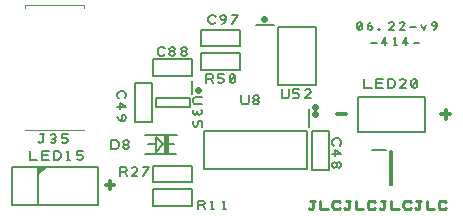
<source format=gto>
G04 DesignSpark PCB Gerber Version 10.0 Build 5299*
G04 #@! TF.Part,Single*
G04 #@! TF.FileFunction,Legend,Top*
G04 #@! TF.FilePolarity,Positive*
%FSLAX35Y35*%
%MOMM*%
%ADD20C,0.10000*%
%ADD70C,0.12700*%
%ADD10C,0.20000*%
%ADD21C,0.25000*%
%ADD11C,0.30000*%
%ADD71C,0.40000*%
G04 #@! TD.AperFunction*
X0Y0D02*
D02*
D10*
X1113180Y1031030D02*
Y956030D01*
X1175680D01*
X1213180D02*
Y1031030D01*
X1275680D01*
X1263180Y993530D02*
X1213180D01*
Y956030D02*
X1275680D01*
X1313180D02*
Y1031030D01*
X1350680D01*
X1363180Y1024780D01*
X1369430Y1018530D01*
X1375680Y1006030D01*
Y981030D01*
X1369430Y968530D01*
X1363180Y962280D01*
X1350680Y956030D01*
X1313180D01*
X1425680D02*
X1450680D01*
X1438180D02*
Y1031030D01*
X1425680Y1018530D01*
X1513180Y962280D02*
X1525680Y956030D01*
X1544430D01*
X1556930Y962280D01*
X1563180Y974780D01*
Y981030D01*
X1556930Y993530D01*
X1544430Y999780D01*
X1513180D01*
Y1031030D01*
X1563180D01*
X1183180Y1108530D02*
X1189430Y1102280D01*
X1201930Y1096030D01*
X1214430Y1102280D01*
X1220680Y1108530D01*
Y1171030D01*
X1233180D01*
X1220680D02*
X1195680D01*
X1289430Y1102280D02*
X1301930Y1096030D01*
X1314430D01*
X1326930Y1102280D01*
X1333180Y1114780D01*
X1326930Y1127280D01*
X1314430Y1133530D01*
X1301930D01*
X1314430D02*
X1326930Y1139780D01*
X1333180Y1152280D01*
X1326930Y1164780D01*
X1314430Y1171030D01*
X1301930D01*
X1289430Y1164780D01*
X1383180Y1102280D02*
X1395680Y1096030D01*
X1414430D01*
X1426930Y1102280D01*
X1433180Y1114780D01*
Y1121030D01*
X1426930Y1133530D01*
X1414430Y1139780D01*
X1383180D01*
Y1171030D01*
X1433180D01*
X1183430Y889380D02*
Y571880D01*
X1189780Y889380D02*
X1208830Y870330D01*
X1189780Y895730D02*
Y851280D01*
X1227880Y889380D01*
X1196130D01*
X1240580D02*
X1183430Y832230D01*
X1803180Y1046030D02*
Y1121030D01*
X1840680D01*
X1853180Y1114780D01*
X1859430Y1108530D01*
X1865680Y1096030D01*
Y1071030D01*
X1859430Y1058530D01*
X1853180Y1052280D01*
X1840680Y1046030D01*
X1803180D01*
X1921930Y1083530D02*
X1934430D01*
X1946930Y1089780D01*
X1953180Y1102280D01*
X1946930Y1114780D01*
X1934430Y1121030D01*
X1921930D01*
X1909430Y1114780D01*
X1903180Y1102280D01*
X1909430Y1089780D01*
X1921930Y1083530D01*
X1909430Y1077280D01*
X1903180Y1064780D01*
X1909430Y1052280D01*
X1921930Y1046030D01*
X1934430D01*
X1946930Y1052280D01*
X1953180Y1064780D01*
X1946930Y1077280D01*
X1934430Y1083530D01*
X1864430Y1474780D02*
X1858180Y1481030D01*
X1851930Y1493530D01*
Y1512280D01*
X1858180Y1524780D01*
X1864430Y1531030D01*
X1876930Y1537280D01*
X1901930D01*
X1914430Y1531030D01*
X1920680Y1524780D01*
X1926930Y1512280D01*
Y1493530D01*
X1920680Y1481030D01*
X1914430Y1474780D01*
X1851930Y1406030D02*
X1926930D01*
X1876930Y1437280D01*
Y1387280D01*
X1851930Y1318530D02*
X1858180Y1306030D01*
X1870680Y1293530D01*
X1889430Y1287280D01*
X1908180D01*
X1920680Y1293530D01*
X1926930Y1306030D01*
Y1318530D01*
X1920680Y1331030D01*
X1908180Y1337280D01*
X1895680Y1331030D01*
X1889430Y1318530D01*
Y1306030D01*
X1895680Y1293530D01*
X1908180Y1287280D01*
X1873180Y816030D02*
Y891030D01*
X1916930D01*
X1929430Y884780D01*
X1935680Y872280D01*
X1929430Y859780D01*
X1916930Y853530D01*
X1873180D01*
X1916930D02*
X1935680Y816030D01*
X2023180D02*
X1973180D01*
X2016930Y859780D01*
X2023180Y872280D01*
X2016930Y884780D01*
X2004430Y891030D01*
X1985680D01*
X1973180Y884780D01*
X2073180Y816030D02*
X2123180Y891030D01*
X2073180D01*
X2088130Y1006980D02*
X2350130D01*
X2178680Y1086980D02*
X2115180D01*
X2255680Y1848530D02*
X2249430Y1842280D01*
X2236930Y1836030D01*
X2218180D01*
X2205680Y1842280D01*
X2199430Y1848530D01*
X2193180Y1861030D01*
Y1886030D01*
X2199430Y1898530D01*
X2205680Y1904780D01*
X2218180Y1911030D01*
X2236930D01*
X2249430Y1904780D01*
X2255680Y1898530D01*
X2311930Y1873530D02*
X2324430D01*
X2336930Y1879780D01*
X2343180Y1892280D01*
X2336930Y1904780D01*
X2324430Y1911030D01*
X2311930D01*
X2299430Y1904780D01*
X2293180Y1892280D01*
X2299430Y1879780D01*
X2311930Y1873530D01*
X2299430Y1867280D01*
X2293180Y1854780D01*
X2299430Y1842280D01*
X2311930Y1836030D01*
X2324430D01*
X2336930Y1842280D01*
X2343180Y1854780D01*
X2336930Y1867280D01*
X2324430Y1873530D01*
X2411930D02*
X2424430D01*
X2436930Y1879780D01*
X2443180Y1892280D01*
X2436930Y1904780D01*
X2424430Y1911030D01*
X2411930D01*
X2399430Y1904780D01*
X2393180Y1892280D01*
X2399430Y1879780D01*
X2411930Y1873530D01*
X2399430Y1867280D01*
X2393180Y1854780D01*
X2399430Y1842280D01*
X2411930Y1836030D01*
X2424430D01*
X2436930Y1842280D01*
X2443180Y1854780D01*
X2436930Y1867280D01*
X2424430Y1873530D01*
X2267580Y1086980D02*
X2331080D01*
X2286630D02*
X2242180D01*
X2178680Y1023480D01*
Y1150480D01*
X2242180Y1086980D01*
X2286630D01*
X2358130Y1166980D02*
X2088130D01*
X2468130Y1474780D02*
Y1399780D01*
X2178130D01*
Y1474780D01*
X2468130D01*
X2566930Y1487280D02*
X2510680D01*
X2498180Y1481030D01*
X2491930Y1468530D01*
Y1443530D01*
X2498180Y1431030D01*
X2510680Y1424780D01*
X2566930D01*
X2498180Y1381030D02*
X2491930Y1368530D01*
Y1356030D01*
X2498180Y1343530D01*
X2510680Y1337280D01*
X2523180Y1343530D01*
X2529430Y1356030D01*
Y1368530D01*
Y1356030D02*
X2535680Y1343530D01*
X2548180Y1337280D01*
X2560680Y1343530D01*
X2566930Y1356030D01*
Y1368530D01*
X2560680Y1381030D01*
X2498180Y1287280D02*
X2491930Y1274780D01*
Y1256030D01*
X2498180Y1243530D01*
X2510680Y1237280D01*
X2516930D01*
X2529430Y1243530D01*
X2535680Y1256030D01*
Y1287280D01*
X2566930D01*
Y1237280D01*
X2483130Y1624780D02*
Y1509780D01*
X2533180Y536030D02*
Y611030D01*
X2576930D01*
X2589430Y604780D01*
X2595680Y592280D01*
X2589430Y579780D01*
X2576930Y573530D01*
X2533180D01*
X2576930D02*
X2595680Y536030D01*
X2645680D02*
X2670680D01*
X2658180D02*
Y611030D01*
X2645680Y598530D01*
X2745680Y536030D02*
X2770680D01*
X2758180D02*
Y611030D01*
X2745680Y598530D01*
X2603180Y1606030D02*
Y1681030D01*
X2646930D01*
X2659430Y1674780D01*
X2665680Y1662280D01*
X2659430Y1649780D01*
X2646930Y1643530D01*
X2603180D01*
X2646930D02*
X2665680Y1606030D01*
X2703180Y1612280D02*
X2715680Y1606030D01*
X2734430D01*
X2746930Y1612280D01*
X2753180Y1624780D01*
Y1631030D01*
X2746930Y1643530D01*
X2734430Y1649780D01*
X2703180D01*
Y1681030D01*
X2753180D01*
X2809430Y1612280D02*
X2821930Y1606030D01*
X2834430D01*
X2846930Y1612280D01*
X2853180Y1624780D01*
Y1662280D01*
X2846930Y1674780D01*
X2834430Y1681030D01*
X2821930D01*
X2809430Y1674780D01*
X2803180Y1662280D01*
Y1624780D01*
X2809430Y1612280D01*
X2846930Y1674780D01*
X2685680Y2118530D02*
X2679430Y2112280D01*
X2666930Y2106030D01*
X2648180D01*
X2635680Y2112280D01*
X2629430Y2118530D01*
X2623180Y2131030D01*
Y2156030D01*
X2629430Y2168530D01*
X2635680Y2174780D01*
X2648180Y2181030D01*
X2666930D01*
X2679430Y2174780D01*
X2685680Y2168530D01*
X2741930Y2106030D02*
X2754430Y2112280D01*
X2766930Y2124780D01*
X2773180Y2143530D01*
Y2162280D01*
X2766930Y2174780D01*
X2754430Y2181030D01*
X2741930D01*
X2729430Y2174780D01*
X2723180Y2162280D01*
X2729430Y2149780D01*
X2741930Y2143530D01*
X2754430D01*
X2766930Y2149780D01*
X2773180Y2162280D01*
X2823180Y2106030D02*
X2873180Y2181030D01*
X2823180D01*
X2903180Y1501030D02*
Y1444780D01*
X2909430Y1432280D01*
X2921930Y1426030D01*
X2946930D01*
X2959430Y1432280D01*
X2965680Y1444780D01*
Y1501030D01*
X3021930Y1463530D02*
X3034430D01*
X3046930Y1469780D01*
X3053180Y1482280D01*
X3046930Y1494780D01*
X3034430Y1501030D01*
X3021930D01*
X3009430Y1494780D01*
X3003180Y1482280D01*
X3009430Y1469780D01*
X3021930Y1463530D01*
X3009430Y1457280D01*
X3003180Y1444780D01*
X3009430Y1432280D01*
X3021930Y1426030D01*
X3034430D01*
X3046930Y1432280D01*
X3053180Y1444780D01*
X3046930Y1457280D01*
X3034430Y1463530D01*
X3025630Y2094980D02*
X3178130D01*
X3213130Y2081480D02*
X3533130D01*
Y1592480D01*
X3213130D01*
Y2081480D01*
X3243180Y1551030D02*
Y1494780D01*
X3249430Y1482280D01*
X3261930Y1476030D01*
X3286930D01*
X3299430Y1482280D01*
X3305680Y1494780D01*
Y1551030D01*
X3343180Y1482280D02*
X3355680Y1476030D01*
X3374430D01*
X3386930Y1482280D01*
X3393180Y1494780D01*
Y1501030D01*
X3386930Y1513530D01*
X3374430Y1519780D01*
X3343180D01*
Y1551030D01*
X3393180D01*
X3493180Y1476030D02*
X3443180D01*
X3486930Y1519780D01*
X3493180Y1532280D01*
X3486930Y1544780D01*
X3474430Y1551030D01*
X3455680D01*
X3443180Y1544780D01*
X3455680Y1197280D02*
Y877280D01*
X2590680D01*
Y1197280D01*
X3455680D01*
X3474180Y1384780D02*
Y1232280D01*
X3684430Y1074780D02*
X3678180Y1081030D01*
X3671930Y1093530D01*
Y1112280D01*
X3678180Y1124780D01*
X3684430Y1131030D01*
X3696930Y1137280D01*
X3721930D01*
X3734430Y1131030D01*
X3740680Y1124780D01*
X3746930Y1112280D01*
Y1093530D01*
X3740680Y1081030D01*
X3734430Y1074780D01*
X3671930Y1006030D02*
X3746930D01*
X3696930Y1037280D01*
Y987280D01*
X3709430Y918530D02*
Y906030D01*
X3715680Y893530D01*
X3728180Y887280D01*
X3740680Y893530D01*
X3746930Y906030D01*
Y918530D01*
X3740680Y931030D01*
X3728180Y937280D01*
X3715680Y931030D01*
X3709430Y918530D01*
X3703180Y931030D01*
X3690680Y937280D01*
X3678180Y931030D01*
X3671930Y918530D01*
Y906030D01*
X3678180Y893530D01*
X3690680Y887280D01*
X3703180Y893530D01*
X3709430Y906030D01*
X3888810Y2059780D02*
X3900060Y2054160D01*
X3911310D01*
X3922560Y2059780D01*
X3928180Y2071030D01*
Y2104780D01*
X3922560Y2116030D01*
X3911310Y2121660D01*
X3900060D01*
X3888810Y2116030D01*
X3883180Y2104780D01*
Y2071030D01*
X3888810Y2059780D01*
X3922560Y2116030D01*
X3973180Y2071030D02*
X3978810Y2082280D01*
X3990060Y2087910D01*
X4001310D01*
X4012560Y2082280D01*
X4018180Y2071030D01*
X4012560Y2059780D01*
X4001310Y2054160D01*
X3990060D01*
X3978810Y2059780D01*
X3973180Y2071030D01*
Y2087910D01*
X3978810Y2104780D01*
X3990060Y2116030D01*
X4001310Y2121660D01*
X4068810Y2054160D02*
X4074430Y2059780D01*
X4068810Y2065410D01*
X4063180Y2059780D01*
X4068810Y2054160D01*
X4198180D02*
X4153180D01*
X4192560Y2093530D01*
X4198180Y2104780D01*
X4192560Y2116030D01*
X4181310Y2121660D01*
X4164430D01*
X4153180Y2116030D01*
X4288180Y2054160D02*
X4243180D01*
X4282560Y2093530D01*
X4288180Y2104780D01*
X4282560Y2116030D01*
X4271310Y2121660D01*
X4254430D01*
X4243180Y2116030D01*
X4333180Y2076660D02*
X4378180D01*
X4423180Y2099160D02*
X4445680Y2054160D01*
X4468180Y2099160D01*
X4530060Y2054160D02*
X4541310Y2059780D01*
X4552560Y2071030D01*
X4558180Y2087910D01*
Y2104780D01*
X4552560Y2116030D01*
X4541310Y2121660D01*
X4530060D01*
X4518810Y2116030D01*
X4513180Y2104780D01*
X4518810Y2093530D01*
X4530060Y2087910D01*
X4541310D01*
X4552560Y2093530D01*
X4558180Y2104780D01*
X3943180Y1641030D02*
Y1566030D01*
X4005680D01*
X4043180D02*
Y1641030D01*
X4105680D01*
X4093180Y1603530D02*
X4043180D01*
Y1566030D02*
X4105680D01*
X4143180D02*
Y1641030D01*
X4180680D01*
X4193180Y1634780D01*
X4199430Y1628530D01*
X4205680Y1616030D01*
Y1591030D01*
X4199430Y1578530D01*
X4193180Y1572280D01*
X4180680Y1566030D01*
X4143180D01*
X4293180D02*
X4243180D01*
X4286930Y1609780D01*
X4293180Y1622280D01*
X4286930Y1634780D01*
X4274430Y1641030D01*
X4255680D01*
X4243180Y1634780D01*
X4349430Y1572280D02*
X4361930Y1566030D01*
X4374430D01*
X4386930Y1572280D01*
X4393180Y1584780D01*
Y1622280D01*
X4386930Y1634780D01*
X4374430Y1641030D01*
X4361930D01*
X4349430Y1634780D01*
X4343180Y1622280D01*
Y1584780D01*
X4349430Y1572280D01*
X4386930Y1634780D01*
X4003180Y1946660D02*
X4048180D01*
X4121310Y1924160D02*
Y1991660D01*
X4093180Y1946660D01*
X4138180D01*
X4194430Y1924160D02*
X4216930D01*
X4205680D02*
Y1991660D01*
X4194430Y1980410D01*
X4301310Y1924160D02*
Y1991660D01*
X4273180Y1946660D01*
X4318180D01*
X4363180D02*
X4408180D01*
X4005680Y1037280D02*
X4130680D01*
X4165680Y1033280D02*
X4180680D01*
Y741280D01*
X4165680D01*
Y1033280D01*
D02*
D11*
X1753180Y742910D02*
X1828180D01*
X1790680Y705410D02*
Y780410D01*
X3786180Y1341650D02*
X3711180D01*
X4669180D02*
X4594180D01*
X4631680Y1379150D02*
Y1304150D01*
D02*
D70*
X959330Y576480D02*
X1691680D01*
Y897280D01*
X959330D01*
Y576480D01*
X2142980Y1284580D02*
Y1602080D01*
X2003280D01*
Y1271880D01*
X2142980D01*
Y1284580D01*
X2170730Y567130D02*
X2488230D01*
Y706830D01*
X2158030D01*
Y567130D01*
X2170730D01*
Y767130D02*
X2488230D01*
Y906830D01*
X2158030D01*
Y767130D01*
X2170730D01*
X2475530Y1807080D02*
X2158030D01*
Y1667380D01*
X2488230D01*
Y1807080D01*
X2475530D01*
X2875530Y1856830D02*
X2558030D01*
Y1717130D01*
X2888230D01*
Y1856830D01*
X2875530D01*
Y2056830D02*
X2558030D01*
Y1917130D01*
X2888230D01*
Y2056830D01*
X2875530D01*
X3503330Y1189680D02*
Y872180D01*
X3643030D01*
Y1202380D01*
X3503330D01*
Y1189680D01*
X4458130Y1486980D02*
X3888130D01*
Y1186980D01*
X4458130D01*
Y1486980D01*
D02*
D71*
X2267580Y1023480D02*
Y1150480D01*
X2541430Y1548530D02*
X2535180Y1554780D01*
X2528930Y1548530D01*
X2535180Y1542280D01*
X2541430Y1548530D01*
X3101430Y2149530D02*
X3095180Y2155780D01*
X3088930Y2149530D01*
X3095180Y2143280D01*
X3101430Y2149530D01*
X3534430Y1343530D02*
X3528180Y1349780D01*
X3521930Y1343530D01*
X3528180Y1337280D01*
X3534430Y1343530D01*
Y1403530D02*
X3528180Y1409780D01*
X3521930Y1403530D01*
X3528180Y1397280D01*
X3534430Y1403530D01*
D02*
D20*
X1073480Y1212230D02*
X1573480D01*
X1073480Y2237230D02*
Y2262230D01*
X1573480D01*
Y2237230D01*
D02*
D21*
X3473180Y548530D02*
X3479430Y542280D01*
X3491930Y536030D01*
X3504430Y542280D01*
X3510680Y548530D01*
Y611030D01*
X3523180D01*
X3510680D02*
X3485680D01*
X3573180D02*
Y536030D01*
X3635680D01*
X3735680Y548530D02*
X3729430Y542280D01*
X3716930Y536030D01*
X3698180D01*
X3685680Y542280D01*
X3679430Y548530D01*
X3673180Y561030D01*
Y586030D01*
X3679430Y598530D01*
X3685680Y604780D01*
X3698180Y611030D01*
X3716930D01*
X3729430Y604780D01*
X3735680Y598530D01*
X3773180Y548530D02*
X3779430Y542280D01*
X3791930Y536030D01*
X3804430Y542280D01*
X3810680Y548530D01*
Y611030D01*
X3823180D01*
X3810680D02*
X3785680D01*
X3873180D02*
Y536030D01*
X3935680D01*
X4035680Y548530D02*
X4029430Y542280D01*
X4016930Y536030D01*
X3998180D01*
X3985680Y542280D01*
X3979430Y548530D01*
X3973180Y561030D01*
Y586030D01*
X3979430Y598530D01*
X3985680Y604780D01*
X3998180Y611030D01*
X4016930D01*
X4029430Y604780D01*
X4035680Y598530D01*
X4073180Y548530D02*
X4079430Y542280D01*
X4091930Y536030D01*
X4104430Y542280D01*
X4110680Y548530D01*
Y611030D01*
X4123180D01*
X4110680D02*
X4085680D01*
X4173180D02*
Y536030D01*
X4235680D01*
X4335680Y548530D02*
X4329430Y542280D01*
X4316930Y536030D01*
X4298180D01*
X4285680Y542280D01*
X4279430Y548530D01*
X4273180Y561030D01*
Y586030D01*
X4279430Y598530D01*
X4285680Y604780D01*
X4298180Y611030D01*
X4316930D01*
X4329430Y604780D01*
X4335680Y598530D01*
X4373180Y548530D02*
X4379430Y542280D01*
X4391930Y536030D01*
X4404430Y542280D01*
X4410680Y548530D01*
Y611030D01*
X4423180D01*
X4410680D02*
X4385680D01*
X4473180D02*
Y536030D01*
X4535680D01*
X4635680Y548530D02*
X4629430Y542280D01*
X4616930Y536030D01*
X4598180D01*
X4585680Y542280D01*
X4579430Y548530D01*
X4573180Y561030D01*
Y586030D01*
X4579430Y598530D01*
X4585680Y604780D01*
X4598180Y611030D01*
X4616930D01*
X4629430Y604780D01*
X4635680Y598530D01*
X0Y0D02*
M02*

</source>
